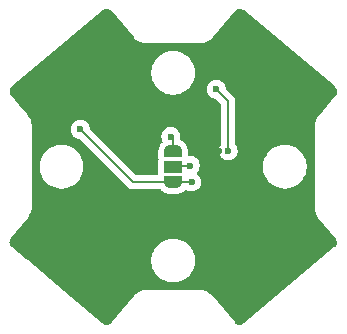
<source format=gbr>
%TF.GenerationSoftware,KiCad,Pcbnew,9.0.3*%
%TF.CreationDate,2025-07-17T11:53:43-06:00*%
%TF.ProjectId,EncoderBoard,456e636f-6465-4724-926f-6172642e6b69,rev?*%
%TF.SameCoordinates,Original*%
%TF.FileFunction,Copper,L2,Bot*%
%TF.FilePolarity,Positive*%
%FSLAX46Y46*%
G04 Gerber Fmt 4.6, Leading zero omitted, Abs format (unit mm)*
G04 Created by KiCad (PCBNEW 9.0.3) date 2025-07-17 11:53:43*
%MOMM*%
%LPD*%
G01*
G04 APERTURE LIST*
G04 Aperture macros list*
%AMFreePoly0*
4,1,23,0.550000,-0.750000,0.000000,-0.750000,0.000000,-0.745722,-0.065263,-0.745722,-0.191342,-0.711940,-0.304381,-0.646677,-0.396677,-0.554381,-0.461940,-0.441342,-0.495722,-0.315263,-0.495722,-0.250000,-0.500000,-0.250000,-0.500000,0.250000,-0.495722,0.250000,-0.495722,0.315263,-0.461940,0.441342,-0.396677,0.554381,-0.304381,0.646677,-0.191342,0.711940,-0.065263,0.745722,0.000000,0.745722,
0.000000,0.750000,0.550000,0.750000,0.550000,-0.750000,0.550000,-0.750000,$1*%
%AMFreePoly1*
4,1,23,0.000000,0.745722,0.065263,0.745722,0.191342,0.711940,0.304381,0.646677,0.396677,0.554381,0.461940,0.441342,0.495722,0.315263,0.495722,0.250000,0.500000,0.250000,0.500000,-0.250000,0.495722,-0.250000,0.495722,-0.315263,0.461940,-0.441342,0.396677,-0.554381,0.304381,-0.646677,0.191342,-0.711940,0.065263,-0.745722,0.000000,-0.745722,0.000000,-0.750000,-0.550000,-0.750000,
-0.550000,0.750000,0.000000,0.750000,0.000000,0.745722,0.000000,0.745722,$1*%
G04 Aperture macros list end*
%TA.AperFunction,SMDPad,CuDef*%
%ADD10FreePoly0,270.000000*%
%TD*%
%TA.AperFunction,SMDPad,CuDef*%
%ADD11R,1.500000X1.000000*%
%TD*%
%TA.AperFunction,SMDPad,CuDef*%
%ADD12FreePoly1,270.000000*%
%TD*%
%TA.AperFunction,ViaPad*%
%ADD13C,0.600000*%
%TD*%
%TA.AperFunction,Conductor*%
%ADD14C,0.200000*%
%TD*%
G04 APERTURE END LIST*
D10*
%TO.P,JP1,1,A*%
%TO.N,Net-(JP1-A)*%
X150000000Y-98700000D03*
D11*
%TO.P,JP1,2,C*%
%TO.N,Net-(JP1-C)*%
X150000000Y-100000000D03*
D12*
%TO.P,JP1,3,B*%
%TO.N,VDD*%
X150000000Y-101300000D03*
%TD*%
D13*
%TO.N,GND*%
X153852354Y-98711358D03*
X145050000Y-101300000D03*
%TO.N,VDD*%
X154650000Y-98650000D03*
X151550000Y-101300000D03*
X142150000Y-96850000D03*
X153650000Y-93450000D03*
%TO.N,Net-(JP1-A)*%
X149800000Y-97450000D03*
%TO.N,Net-(JP1-C)*%
X151450735Y-99900735D03*
%TD*%
D14*
%TO.N,VDD*%
X154650000Y-94450000D02*
X154650000Y-98650000D01*
X142150000Y-96850000D02*
X146600000Y-101300000D01*
X153650000Y-93450000D02*
X154650000Y-94450000D01*
X146600000Y-101300000D02*
X150000000Y-101300000D01*
X151550000Y-101300000D02*
X150000000Y-101300000D01*
%TO.N,Net-(JP1-A)*%
X150000000Y-97650000D02*
X149800000Y-97450000D01*
X150000000Y-98700000D02*
X150000000Y-97650000D01*
%TO.N,Net-(JP1-C)*%
X150099265Y-99900735D02*
X150000000Y-100000000D01*
X151450735Y-99900735D02*
X150099265Y-99900735D01*
%TD*%
%TA.AperFunction,Conductor*%
%TO.N,GND*%
G36*
X144462807Y-86615982D02*
G01*
X144489970Y-86621441D01*
X144569727Y-86647012D01*
X144595005Y-86658369D01*
X144595336Y-86658565D01*
X144667091Y-86701017D01*
X144689213Y-86717702D01*
X144745899Y-86771388D01*
X144755158Y-86780157D01*
X144764685Y-86790250D01*
X144802637Y-86835255D01*
X146667106Y-89046218D01*
X146667154Y-89046275D01*
X146712951Y-89100650D01*
X146712959Y-89100658D01*
X146876109Y-89245268D01*
X146876111Y-89245269D01*
X146876113Y-89245271D01*
X147058459Y-89364786D01*
X147058462Y-89364787D01*
X147058463Y-89364788D01*
X147256166Y-89456689D01*
X147256176Y-89456693D01*
X147465072Y-89519048D01*
X147465075Y-89519048D01*
X147465080Y-89519050D01*
X147680814Y-89550560D01*
X147789826Y-89550500D01*
X152210174Y-89550500D01*
X152233031Y-89550500D01*
X152319183Y-89550549D01*
X152534911Y-89519043D01*
X152743820Y-89456688D01*
X152941525Y-89364796D01*
X153123872Y-89245294D01*
X153287033Y-89100692D01*
X153357262Y-89017321D01*
X153357268Y-89017326D01*
X153357296Y-89017280D01*
X153375591Y-88995585D01*
X153399741Y-88966949D01*
X153413879Y-88950185D01*
X153413885Y-88950174D01*
X155235188Y-86790399D01*
X155244708Y-86780314D01*
X155310617Y-86717900D01*
X155332747Y-86701211D01*
X155404842Y-86658565D01*
X155430127Y-86647208D01*
X155489859Y-86628064D01*
X155509899Y-86621641D01*
X155537065Y-86616186D01*
X155620533Y-86608979D01*
X155648227Y-86609695D01*
X155731211Y-86621210D01*
X155758058Y-86628062D01*
X155836410Y-86657723D01*
X155861059Y-86670365D01*
X155937023Y-86720779D01*
X155948121Y-86729075D01*
X155992995Y-86766712D01*
X155992996Y-86766712D01*
X155998561Y-86771380D01*
X155998570Y-86771387D01*
X163662761Y-93199417D01*
X163662771Y-93199431D01*
X163707934Y-93237305D01*
X163718051Y-93246804D01*
X163775557Y-93307205D01*
X163780696Y-93312602D01*
X163797459Y-93334711D01*
X163840321Y-93406765D01*
X163851745Y-93432038D01*
X163877517Y-93511824D01*
X163883037Y-93539013D01*
X163890423Y-93622527D01*
X163889760Y-93650263D01*
X163878393Y-93733330D01*
X163871580Y-93760224D01*
X163842030Y-93838681D01*
X163829407Y-93863389D01*
X163779562Y-93938738D01*
X163771261Y-93949876D01*
X163733132Y-93995466D01*
X163733132Y-93995467D01*
X162301742Y-95706912D01*
X162301651Y-95707036D01*
X162281861Y-95730690D01*
X162281858Y-95730693D01*
X162281855Y-95730698D01*
X162203301Y-95856764D01*
X162171128Y-95908396D01*
X162171127Y-95908397D01*
X162086156Y-96099722D01*
X162086150Y-96099738D01*
X162028569Y-96301012D01*
X162028565Y-96301033D01*
X161999486Y-96508358D01*
X161999494Y-96565604D01*
X161999500Y-96613040D01*
X161999497Y-96678932D01*
X161999500Y-96678943D01*
X161999500Y-103363943D01*
X161999497Y-103363993D01*
X161999497Y-103386067D01*
X161999485Y-103386104D01*
X161999486Y-103386105D01*
X161999452Y-103542012D01*
X161999453Y-103542015D01*
X162028457Y-103749085D01*
X162028458Y-103749088D01*
X162028459Y-103749093D01*
X162085903Y-103950151D01*
X162170674Y-104141301D01*
X162170676Y-104141305D01*
X162170679Y-104141310D01*
X162281131Y-104318843D01*
X162281133Y-104318845D01*
X162281134Y-104318847D01*
X162346753Y-104397402D01*
X162348160Y-104399087D01*
X162348160Y-104399088D01*
X162363482Y-104417440D01*
X163708980Y-106029079D01*
X163708986Y-106029092D01*
X163736259Y-106061756D01*
X163740397Y-106066713D01*
X163746758Y-106074331D01*
X163755048Y-106085475D01*
X163805085Y-106161249D01*
X163817683Y-106185953D01*
X163847168Y-106264403D01*
X163853960Y-106291292D01*
X163865270Y-106374323D01*
X163865917Y-106402048D01*
X163858490Y-106485524D01*
X163852960Y-106512694D01*
X163852959Y-106512699D01*
X163827167Y-106592434D01*
X163815733Y-106617703D01*
X163772862Y-106689713D01*
X163756101Y-106711805D01*
X163693674Y-106777342D01*
X163683546Y-106786846D01*
X163636072Y-106826641D01*
X163636067Y-106826644D01*
X163636068Y-106826645D01*
X155955004Y-113265491D01*
X155954994Y-113265499D01*
X155947903Y-113271442D01*
X155936793Y-113279742D01*
X155861166Y-113329903D01*
X155836500Y-113342546D01*
X155758165Y-113372180D01*
X155731312Y-113379027D01*
X155648353Y-113390523D01*
X155620645Y-113391236D01*
X155537196Y-113384017D01*
X155510025Y-113378557D01*
X155430273Y-113352987D01*
X155404992Y-113341629D01*
X155332908Y-113298982D01*
X155310785Y-113282296D01*
X155244838Y-113219839D01*
X155235314Y-113209749D01*
X155189214Y-113155081D01*
X155189204Y-113155071D01*
X153332893Y-110953781D01*
X153332845Y-110953724D01*
X153287047Y-110899349D01*
X153287044Y-110899345D01*
X153287041Y-110899343D01*
X153287040Y-110899341D01*
X153123890Y-110754731D01*
X152941536Y-110635211D01*
X152743833Y-110543310D01*
X152743823Y-110543306D01*
X152534927Y-110480951D01*
X152534916Y-110480949D01*
X152319192Y-110449440D01*
X152319186Y-110449440D01*
X152210174Y-110449500D01*
X147766969Y-110449500D01*
X147680816Y-110449450D01*
X147465086Y-110480957D01*
X147465085Y-110480957D01*
X147256188Y-110543309D01*
X147256176Y-110543313D01*
X147058479Y-110635202D01*
X147058474Y-110635204D01*
X146876124Y-110754708D01*
X146712976Y-110899299D01*
X146712964Y-110899310D01*
X146643238Y-110982084D01*
X146643196Y-110982134D01*
X146623939Y-111004970D01*
X146623938Y-111004971D01*
X146601955Y-111031037D01*
X146601953Y-111031042D01*
X144804344Y-113162720D01*
X144804344Y-113162721D01*
X144764641Y-113209802D01*
X144764638Y-113209803D01*
X144755113Y-113219895D01*
X144689221Y-113282299D01*
X144667094Y-113298988D01*
X144595008Y-113341636D01*
X144569728Y-113352994D01*
X144489975Y-113378565D01*
X144462803Y-113384025D01*
X144379353Y-113391244D01*
X144351646Y-113390531D01*
X144268686Y-113379035D01*
X144241832Y-113372188D01*
X144229331Y-113367458D01*
X144163492Y-113342551D01*
X144138831Y-113329911D01*
X144081504Y-113291888D01*
X144063256Y-113279784D01*
X144052137Y-113271477D01*
X143990541Y-113219843D01*
X141381861Y-111033051D01*
X137667842Y-107919681D01*
X137559322Y-107828711D01*
X148149500Y-107828711D01*
X148149500Y-108071288D01*
X148181161Y-108311785D01*
X148243947Y-108546104D01*
X148336773Y-108770205D01*
X148336776Y-108770212D01*
X148458064Y-108980289D01*
X148458066Y-108980292D01*
X148458067Y-108980293D01*
X148605733Y-109172736D01*
X148605739Y-109172743D01*
X148777256Y-109344260D01*
X148777262Y-109344265D01*
X148969711Y-109491936D01*
X149179788Y-109613224D01*
X149403900Y-109706054D01*
X149638211Y-109768838D01*
X149818586Y-109792584D01*
X149878711Y-109800500D01*
X149878712Y-109800500D01*
X150121289Y-109800500D01*
X150169388Y-109794167D01*
X150361789Y-109768838D01*
X150596100Y-109706054D01*
X150820212Y-109613224D01*
X151030289Y-109491936D01*
X151222738Y-109344265D01*
X151394265Y-109172738D01*
X151541936Y-108980289D01*
X151663224Y-108770212D01*
X151756054Y-108546100D01*
X151818838Y-108311789D01*
X151850500Y-108071288D01*
X151850500Y-107828712D01*
X151818838Y-107588211D01*
X151756054Y-107353900D01*
X151663224Y-107129788D01*
X151541936Y-106919711D01*
X151394265Y-106727262D01*
X151394260Y-106727256D01*
X151222743Y-106555739D01*
X151222736Y-106555733D01*
X151030293Y-106408067D01*
X151030292Y-106408066D01*
X151030289Y-106408064D01*
X150820212Y-106286776D01*
X150766199Y-106264403D01*
X150596104Y-106193947D01*
X150361785Y-106131161D01*
X150121289Y-106099500D01*
X150121288Y-106099500D01*
X149878712Y-106099500D01*
X149878711Y-106099500D01*
X149638214Y-106131161D01*
X149403895Y-106193947D01*
X149179794Y-106286773D01*
X149179785Y-106286777D01*
X148969706Y-106408067D01*
X148777263Y-106555733D01*
X148777256Y-106555739D01*
X148605739Y-106727256D01*
X148605733Y-106727263D01*
X148458067Y-106919706D01*
X148336777Y-107129785D01*
X148336773Y-107129794D01*
X148243947Y-107353895D01*
X148181161Y-107588214D01*
X148149500Y-107828711D01*
X137559322Y-107828711D01*
X136316703Y-106787055D01*
X136306572Y-106777546D01*
X136275310Y-106744722D01*
X136243955Y-106711800D01*
X136227196Y-106689709D01*
X136184333Y-106617703D01*
X136184330Y-106617697D01*
X136172900Y-106592434D01*
X136147108Y-106512694D01*
X136141578Y-106485525D01*
X136134152Y-106402047D01*
X136134797Y-106374335D01*
X136146108Y-106291285D01*
X136152900Y-106264402D01*
X136182382Y-106185953D01*
X136194972Y-106161259D01*
X136245247Y-106085118D01*
X136253528Y-106073985D01*
X137622535Y-104434187D01*
X137622647Y-104434111D01*
X137654238Y-104396222D01*
X137658653Y-104390926D01*
X137658707Y-104390862D01*
X137701523Y-104339577D01*
X137701892Y-104339069D01*
X137720552Y-104316692D01*
X137830183Y-104140979D01*
X137830183Y-104140976D01*
X137830187Y-104140972D01*
X137830187Y-104140970D01*
X137914633Y-103951878D01*
X137914636Y-103951872D01*
X137956312Y-103808127D01*
X137972307Y-103752961D01*
X137972308Y-103752956D01*
X138002107Y-103548002D01*
X138002316Y-103518786D01*
X138002365Y-103518118D01*
X138002416Y-103510351D01*
X138002417Y-103510348D01*
X138024982Y-100080259D01*
X138025042Y-100073198D01*
X138025063Y-100073127D01*
X138025500Y-100066792D01*
X138025500Y-100002005D01*
X138025503Y-100001188D01*
X138025645Y-99979577D01*
X138025901Y-99940692D01*
X138025900Y-99940690D01*
X138025927Y-99936658D01*
X138025519Y-99930241D01*
X138025500Y-99923038D01*
X138025517Y-99922978D01*
X138025500Y-99922711D01*
X138025500Y-99878711D01*
X138699500Y-99878711D01*
X138699500Y-100121288D01*
X138731161Y-100361785D01*
X138793947Y-100596104D01*
X138874140Y-100789707D01*
X138886776Y-100820212D01*
X139008064Y-101030289D01*
X139008066Y-101030292D01*
X139008067Y-101030293D01*
X139155733Y-101222736D01*
X139155739Y-101222743D01*
X139327256Y-101394260D01*
X139327262Y-101394265D01*
X139519711Y-101541936D01*
X139729788Y-101663224D01*
X139953900Y-101756054D01*
X140188211Y-101818838D01*
X140368586Y-101842584D01*
X140428711Y-101850500D01*
X140428712Y-101850500D01*
X140671289Y-101850500D01*
X140719388Y-101844167D01*
X140911789Y-101818838D01*
X141146100Y-101756054D01*
X141370212Y-101663224D01*
X141580289Y-101541936D01*
X141772738Y-101394265D01*
X141944265Y-101222738D01*
X142091936Y-101030289D01*
X142213224Y-100820212D01*
X142306054Y-100596100D01*
X142368838Y-100361789D01*
X142400500Y-100121288D01*
X142400500Y-99878712D01*
X142368838Y-99638211D01*
X142306054Y-99403900D01*
X142213224Y-99179788D01*
X142091936Y-98969711D01*
X141944265Y-98777262D01*
X141944260Y-98777256D01*
X141772743Y-98605739D01*
X141772736Y-98605733D01*
X141580293Y-98458067D01*
X141580292Y-98458066D01*
X141580289Y-98458064D01*
X141370212Y-98336776D01*
X141370205Y-98336773D01*
X141146104Y-98243947D01*
X140911785Y-98181161D01*
X140671289Y-98149500D01*
X140671288Y-98149500D01*
X140428712Y-98149500D01*
X140428711Y-98149500D01*
X140188214Y-98181161D01*
X139953895Y-98243947D01*
X139729794Y-98336773D01*
X139729785Y-98336777D01*
X139519706Y-98458067D01*
X139327263Y-98605733D01*
X139327256Y-98605739D01*
X139155739Y-98777256D01*
X139155733Y-98777263D01*
X139008067Y-98969706D01*
X138886777Y-99179785D01*
X138886773Y-99179794D01*
X138793947Y-99403895D01*
X138731161Y-99638214D01*
X138699500Y-99878711D01*
X138025500Y-99878711D01*
X138025500Y-96771153D01*
X141349500Y-96771153D01*
X141349500Y-96928846D01*
X141380261Y-97083489D01*
X141380264Y-97083501D01*
X141440602Y-97229172D01*
X141440609Y-97229185D01*
X141528210Y-97360288D01*
X141528213Y-97360292D01*
X141639707Y-97471786D01*
X141639711Y-97471789D01*
X141770814Y-97559390D01*
X141770827Y-97559397D01*
X141916498Y-97619735D01*
X141916503Y-97619737D01*
X141981147Y-97632595D01*
X142071849Y-97650638D01*
X142133760Y-97683023D01*
X142135339Y-97684574D01*
X146115139Y-101664374D01*
X146115149Y-101664385D01*
X146119479Y-101668715D01*
X146119480Y-101668716D01*
X146231284Y-101780520D01*
X146231286Y-101780521D01*
X146231290Y-101780524D01*
X146297653Y-101818838D01*
X146368216Y-101859577D01*
X146480019Y-101889534D01*
X146520942Y-101900500D01*
X146520943Y-101900500D01*
X148882239Y-101900500D01*
X148949278Y-101920185D01*
X148980615Y-101949014D01*
X148992456Y-101964446D01*
X148992458Y-101964448D01*
X148992459Y-101964449D01*
X149085551Y-102057541D01*
X149085555Y-102057544D01*
X149190232Y-102137867D01*
X149190236Y-102137869D01*
X149190243Y-102137875D01*
X149190250Y-102137879D01*
X149304248Y-102203696D01*
X149304249Y-102203697D01*
X149304252Y-102203698D01*
X149304257Y-102203701D01*
X149426171Y-102254200D01*
X149553338Y-102288275D01*
X149684174Y-102305500D01*
X149684181Y-102305500D01*
X150315819Y-102305500D01*
X150315826Y-102305500D01*
X150446662Y-102288275D01*
X150573829Y-102254200D01*
X150695743Y-102203701D01*
X150809757Y-102137875D01*
X150914449Y-102057541D01*
X150974041Y-101997949D01*
X151035364Y-101964464D01*
X151105056Y-101969448D01*
X151130611Y-101982526D01*
X151170821Y-102009394D01*
X151170823Y-102009395D01*
X151170827Y-102009397D01*
X151287059Y-102057541D01*
X151316503Y-102069737D01*
X151471153Y-102100499D01*
X151471156Y-102100500D01*
X151471158Y-102100500D01*
X151628844Y-102100500D01*
X151628845Y-102100499D01*
X151783497Y-102069737D01*
X151929179Y-102009394D01*
X152060289Y-101921789D01*
X152171789Y-101810289D01*
X152259394Y-101679179D01*
X152319737Y-101533497D01*
X152350500Y-101378842D01*
X152350500Y-101221158D01*
X152350500Y-101221155D01*
X152350499Y-101221153D01*
X152319738Y-101066510D01*
X152319737Y-101066503D01*
X152319735Y-101066498D01*
X152259397Y-100920827D01*
X152259390Y-100920814D01*
X152171789Y-100789711D01*
X152171786Y-100789707D01*
X152060290Y-100678211D01*
X152033085Y-100660033D01*
X151988281Y-100606420D01*
X151979575Y-100537095D01*
X152009731Y-100474068D01*
X152014278Y-100469269D01*
X152072524Y-100411024D01*
X152160129Y-100279914D01*
X152220472Y-100134232D01*
X152251235Y-99979577D01*
X152251235Y-99878711D01*
X157599500Y-99878711D01*
X157599500Y-100121288D01*
X157631161Y-100361785D01*
X157693947Y-100596104D01*
X157774140Y-100789707D01*
X157786776Y-100820212D01*
X157908064Y-101030289D01*
X157908066Y-101030292D01*
X157908067Y-101030293D01*
X158055733Y-101222736D01*
X158055739Y-101222743D01*
X158227256Y-101394260D01*
X158227262Y-101394265D01*
X158419711Y-101541936D01*
X158629788Y-101663224D01*
X158853900Y-101756054D01*
X159088211Y-101818838D01*
X159268586Y-101842584D01*
X159328711Y-101850500D01*
X159328712Y-101850500D01*
X159571289Y-101850500D01*
X159619388Y-101844167D01*
X159811789Y-101818838D01*
X160046100Y-101756054D01*
X160270212Y-101663224D01*
X160480289Y-101541936D01*
X160672738Y-101394265D01*
X160844265Y-101222738D01*
X160991936Y-101030289D01*
X161113224Y-100820212D01*
X161206054Y-100596100D01*
X161268838Y-100361789D01*
X161300500Y-100121288D01*
X161300500Y-99878712D01*
X161268838Y-99638211D01*
X161206054Y-99403900D01*
X161113224Y-99179788D01*
X160991936Y-98969711D01*
X160844265Y-98777262D01*
X160844260Y-98777256D01*
X160672743Y-98605739D01*
X160672736Y-98605733D01*
X160480293Y-98458067D01*
X160480292Y-98458066D01*
X160480289Y-98458064D01*
X160270212Y-98336776D01*
X160270205Y-98336773D01*
X160046104Y-98243947D01*
X159811785Y-98181161D01*
X159571289Y-98149500D01*
X159571288Y-98149500D01*
X159328712Y-98149500D01*
X159328711Y-98149500D01*
X159088214Y-98181161D01*
X158853895Y-98243947D01*
X158629794Y-98336773D01*
X158629785Y-98336777D01*
X158419706Y-98458067D01*
X158227263Y-98605733D01*
X158227256Y-98605739D01*
X158055739Y-98777256D01*
X158055733Y-98777263D01*
X157908067Y-98969706D01*
X157786777Y-99179785D01*
X157786773Y-99179794D01*
X157693947Y-99403895D01*
X157631161Y-99638214D01*
X157599500Y-99878711D01*
X152251235Y-99878711D01*
X152251235Y-99821893D01*
X152251235Y-99821890D01*
X152251234Y-99821888D01*
X152220473Y-99667245D01*
X152220472Y-99667238D01*
X152208449Y-99638211D01*
X152160132Y-99521562D01*
X152160125Y-99521549D01*
X152072524Y-99390446D01*
X152072521Y-99390442D01*
X151961027Y-99278948D01*
X151961023Y-99278945D01*
X151829920Y-99191344D01*
X151829907Y-99191337D01*
X151684236Y-99130999D01*
X151684224Y-99130996D01*
X151529580Y-99100235D01*
X151529577Y-99100235D01*
X151379500Y-99100235D01*
X151312461Y-99080550D01*
X151266706Y-99027746D01*
X151255500Y-98976235D01*
X151255500Y-98634180D01*
X151255499Y-98634166D01*
X151238275Y-98503341D01*
X151238275Y-98503338D01*
X151204200Y-98376171D01*
X151153701Y-98254257D01*
X151153698Y-98254252D01*
X151153697Y-98254249D01*
X151153696Y-98254248D01*
X151087879Y-98140250D01*
X151087875Y-98140243D01*
X151087017Y-98139125D01*
X151007544Y-98035555D01*
X151007541Y-98035551D01*
X150914449Y-97942459D01*
X150861070Y-97901499D01*
X150809767Y-97862132D01*
X150809749Y-97862120D01*
X150695753Y-97796304D01*
X150695739Y-97796297D01*
X150677046Y-97788554D01*
X150662135Y-97776537D01*
X150644607Y-97768825D01*
X150635493Y-97755067D01*
X150622643Y-97744712D01*
X150616595Y-97726541D01*
X150606020Y-97710577D01*
X150601656Y-97681650D01*
X150600580Y-97678417D01*
X150600513Y-97675715D01*
X150600501Y-97674850D01*
X150600501Y-97570943D01*
X150598979Y-97565267D01*
X150598788Y-97551440D01*
X150600515Y-97545237D01*
X150600851Y-97534995D01*
X150599903Y-97534902D01*
X150600500Y-97528843D01*
X150600500Y-97371155D01*
X150600499Y-97371153D01*
X150598338Y-97360288D01*
X150569737Y-97216503D01*
X150569735Y-97216498D01*
X150509397Y-97070827D01*
X150509390Y-97070814D01*
X150421789Y-96939711D01*
X150421786Y-96939707D01*
X150310292Y-96828213D01*
X150310288Y-96828210D01*
X150179185Y-96740609D01*
X150179172Y-96740602D01*
X150033501Y-96680264D01*
X150033489Y-96680261D01*
X149878845Y-96649500D01*
X149878842Y-96649500D01*
X149721158Y-96649500D01*
X149721155Y-96649500D01*
X149566510Y-96680261D01*
X149566498Y-96680264D01*
X149420827Y-96740602D01*
X149420814Y-96740609D01*
X149289711Y-96828210D01*
X149289707Y-96828213D01*
X149178213Y-96939707D01*
X149178210Y-96939711D01*
X149090609Y-97070814D01*
X149090602Y-97070827D01*
X149030264Y-97216498D01*
X149030261Y-97216510D01*
X148999500Y-97371153D01*
X148999500Y-97528846D01*
X149030261Y-97683489D01*
X149030264Y-97683501D01*
X149090597Y-97829159D01*
X149098066Y-97898628D01*
X149066790Y-97961107D01*
X149063718Y-97964292D01*
X148992455Y-98035555D01*
X148912132Y-98140232D01*
X148912120Y-98140250D01*
X148846303Y-98254248D01*
X148846302Y-98254249D01*
X148795800Y-98376170D01*
X148761724Y-98503341D01*
X148744500Y-98634166D01*
X148744500Y-99250002D01*
X148749645Y-99321941D01*
X148753107Y-99333732D01*
X148754470Y-99384561D01*
X148756738Y-99384805D01*
X148749501Y-99452116D01*
X148749500Y-99452135D01*
X148749500Y-100547870D01*
X148749501Y-100547879D01*
X148751046Y-100562248D01*
X148738639Y-100631007D01*
X148691027Y-100682143D01*
X148627756Y-100699500D01*
X146900097Y-100699500D01*
X146833058Y-100679815D01*
X146812416Y-100663181D01*
X142984574Y-96835339D01*
X142951089Y-96774016D01*
X142950638Y-96771849D01*
X142932155Y-96678932D01*
X142919737Y-96616503D01*
X142898654Y-96565604D01*
X142859397Y-96470827D01*
X142859390Y-96470814D01*
X142771789Y-96339711D01*
X142771786Y-96339707D01*
X142660292Y-96228213D01*
X142660288Y-96228210D01*
X142529185Y-96140609D01*
X142529172Y-96140602D01*
X142383501Y-96080264D01*
X142383489Y-96080261D01*
X142228845Y-96049500D01*
X142228842Y-96049500D01*
X142071158Y-96049500D01*
X142071155Y-96049500D01*
X141916510Y-96080261D01*
X141916498Y-96080264D01*
X141770827Y-96140602D01*
X141770814Y-96140609D01*
X141639711Y-96228210D01*
X141639707Y-96228213D01*
X141528213Y-96339707D01*
X141528210Y-96339711D01*
X141440609Y-96470814D01*
X141440602Y-96470827D01*
X141380264Y-96616498D01*
X141380261Y-96616510D01*
X141349500Y-96771153D01*
X138025500Y-96771153D01*
X138025500Y-96491770D01*
X138025473Y-96491381D01*
X138025465Y-96460253D01*
X138025465Y-96460248D01*
X137996022Y-96251617D01*
X137996019Y-96251600D01*
X137989283Y-96228210D01*
X137937706Y-96049115D01*
X137851667Y-95856764D01*
X137851667Y-95856763D01*
X137739595Y-95678328D01*
X137739592Y-95678323D01*
X137719696Y-95654737D01*
X137714188Y-95648207D01*
X137714158Y-95648141D01*
X137671660Y-95597790D01*
X137671660Y-95597789D01*
X137629160Y-95547435D01*
X137629158Y-95547434D01*
X137624644Y-95542085D01*
X137624627Y-95542066D01*
X136956177Y-94750097D01*
X136259193Y-93924322D01*
X136250813Y-93913177D01*
X136200236Y-93837389D01*
X136187486Y-93812661D01*
X136157576Y-93734064D01*
X136150660Y-93707115D01*
X136140787Y-93636433D01*
X136139025Y-93623821D01*
X136138293Y-93596018D01*
X136145523Y-93512225D01*
X136151010Y-93484953D01*
X136176741Y-93404883D01*
X136188167Y-93379525D01*
X136231106Y-93307203D01*
X136247900Y-93285030D01*
X136310910Y-93218819D01*
X136321057Y-93209291D01*
X137848695Y-91928711D01*
X148149500Y-91928711D01*
X148149500Y-92171288D01*
X148180206Y-92404534D01*
X148181162Y-92411789D01*
X148201899Y-92489181D01*
X148243947Y-92646104D01*
X148319379Y-92828213D01*
X148336776Y-92870212D01*
X148458064Y-93080289D01*
X148458066Y-93080292D01*
X148458067Y-93080293D01*
X148605733Y-93272736D01*
X148605739Y-93272743D01*
X148777256Y-93444260D01*
X148777262Y-93444265D01*
X148969711Y-93591936D01*
X149179788Y-93713224D01*
X149403900Y-93806054D01*
X149638211Y-93868838D01*
X149818586Y-93892584D01*
X149878711Y-93900500D01*
X149878712Y-93900500D01*
X150121289Y-93900500D01*
X150169388Y-93894167D01*
X150361789Y-93868838D01*
X150596100Y-93806054D01*
X150820212Y-93713224D01*
X151030289Y-93591936D01*
X151222738Y-93444265D01*
X151295850Y-93371153D01*
X152849500Y-93371153D01*
X152849500Y-93528846D01*
X152880261Y-93683489D01*
X152880264Y-93683501D01*
X152940602Y-93829172D01*
X152940609Y-93829185D01*
X153028210Y-93960288D01*
X153028213Y-93960292D01*
X153139707Y-94071786D01*
X153139711Y-94071789D01*
X153270814Y-94159390D01*
X153270827Y-94159397D01*
X153412814Y-94218209D01*
X153416503Y-94219737D01*
X153481147Y-94232595D01*
X153571849Y-94250638D01*
X153633760Y-94283023D01*
X153635339Y-94284574D01*
X154013181Y-94662416D01*
X154046666Y-94723739D01*
X154049500Y-94750097D01*
X154049500Y-98070234D01*
X154029815Y-98137273D01*
X154028602Y-98139125D01*
X153940609Y-98270814D01*
X153940602Y-98270827D01*
X153880264Y-98416498D01*
X153880261Y-98416510D01*
X153849500Y-98571153D01*
X153849500Y-98728846D01*
X153880261Y-98883489D01*
X153880264Y-98883501D01*
X153940602Y-99029172D01*
X153940609Y-99029185D01*
X154028210Y-99160288D01*
X154028213Y-99160292D01*
X154139707Y-99271786D01*
X154139711Y-99271789D01*
X154270814Y-99359390D01*
X154270827Y-99359397D01*
X154416498Y-99419735D01*
X154416503Y-99419737D01*
X154571153Y-99450499D01*
X154571156Y-99450500D01*
X154571158Y-99450500D01*
X154728844Y-99450500D01*
X154728845Y-99450499D01*
X154883497Y-99419737D01*
X155029179Y-99359394D01*
X155160289Y-99271789D01*
X155271789Y-99160289D01*
X155359394Y-99029179D01*
X155419737Y-98883497D01*
X155450500Y-98728842D01*
X155450500Y-98571158D01*
X155450500Y-98571155D01*
X155450499Y-98571153D01*
X155437010Y-98503341D01*
X155419737Y-98416503D01*
X155386714Y-98336777D01*
X155359397Y-98270827D01*
X155359390Y-98270814D01*
X155271398Y-98139125D01*
X155250520Y-98072447D01*
X155250500Y-98070234D01*
X155250500Y-94539060D01*
X155250501Y-94539047D01*
X155250501Y-94370944D01*
X155250501Y-94370943D01*
X155209577Y-94218216D01*
X155175618Y-94159397D01*
X155130524Y-94081290D01*
X155130518Y-94081282D01*
X154484573Y-93435337D01*
X154451088Y-93374014D01*
X154450637Y-93371847D01*
X154430923Y-93272738D01*
X154419737Y-93216503D01*
X154418678Y-93213946D01*
X154359397Y-93070827D01*
X154359390Y-93070814D01*
X154271789Y-92939711D01*
X154271786Y-92939707D01*
X154160292Y-92828213D01*
X154160288Y-92828210D01*
X154029185Y-92740609D01*
X154029172Y-92740602D01*
X153883501Y-92680264D01*
X153883489Y-92680261D01*
X153728845Y-92649500D01*
X153728842Y-92649500D01*
X153571158Y-92649500D01*
X153571155Y-92649500D01*
X153416510Y-92680261D01*
X153416498Y-92680264D01*
X153270827Y-92740602D01*
X153270814Y-92740609D01*
X153139711Y-92828210D01*
X153139707Y-92828213D01*
X153028213Y-92939707D01*
X153028210Y-92939711D01*
X152940609Y-93070814D01*
X152940602Y-93070827D01*
X152880264Y-93216498D01*
X152880261Y-93216510D01*
X152849500Y-93371153D01*
X151295850Y-93371153D01*
X151389619Y-93277385D01*
X151394260Y-93272743D01*
X151394265Y-93272738D01*
X151541936Y-93080289D01*
X151663224Y-92870212D01*
X151756054Y-92646100D01*
X151818838Y-92411789D01*
X151850500Y-92171288D01*
X151850500Y-91928712D01*
X151818838Y-91688211D01*
X151756054Y-91453900D01*
X151663224Y-91229788D01*
X151541936Y-91019711D01*
X151394265Y-90827262D01*
X151394260Y-90827256D01*
X151222743Y-90655739D01*
X151222736Y-90655733D01*
X151030293Y-90508067D01*
X151030292Y-90508066D01*
X151030289Y-90508064D01*
X150820212Y-90386776D01*
X150820205Y-90386773D01*
X150596104Y-90293947D01*
X150361785Y-90231161D01*
X150121289Y-90199500D01*
X150121288Y-90199500D01*
X149878712Y-90199500D01*
X149878711Y-90199500D01*
X149638214Y-90231161D01*
X149403895Y-90293947D01*
X149179794Y-90386773D01*
X149179785Y-90386777D01*
X148969706Y-90508067D01*
X148777263Y-90655733D01*
X148777256Y-90655739D01*
X148605739Y-90827256D01*
X148605733Y-90827263D01*
X148458067Y-91019706D01*
X148336777Y-91229785D01*
X148336773Y-91229794D01*
X148243947Y-91453895D01*
X148181161Y-91688214D01*
X148149500Y-91928711D01*
X137848695Y-91928711D01*
X144047083Y-86732759D01*
X144047084Y-86732760D01*
X144047092Y-86732751D01*
X144052112Y-86728543D01*
X144063199Y-86720262D01*
X144138839Y-86670093D01*
X144163488Y-86657458D01*
X144241840Y-86627817D01*
X144268685Y-86620972D01*
X144351652Y-86609475D01*
X144379348Y-86608763D01*
X144462807Y-86615982D01*
G37*
%TD.AperFunction*%
%TD*%
M02*

</source>
